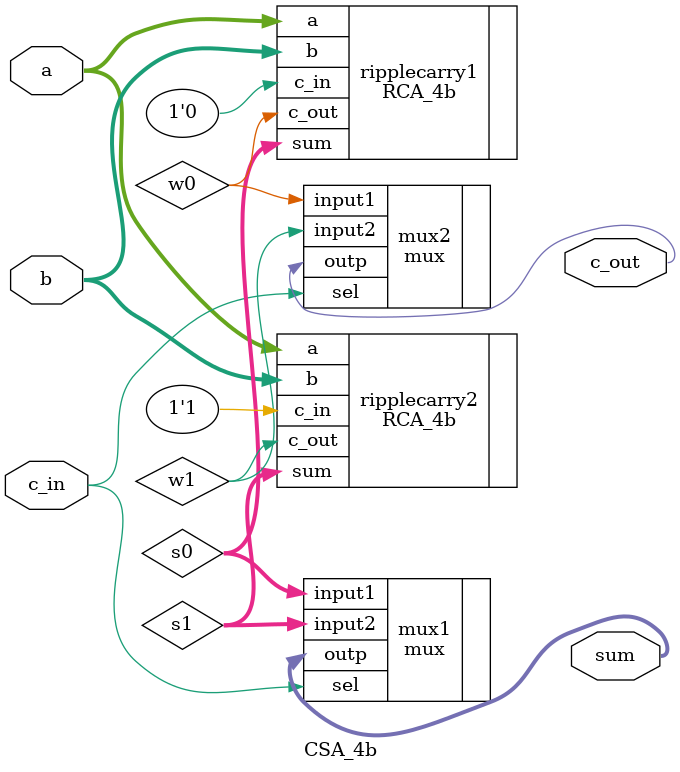
<source format=v>
`timescale 1ns / 1ps


module CSA_4b(sum, c_out, a, b, c_in);
input [3:0] a,b;
input c_in;
output [3:0] sum;
output c_out;
 
wire [3:0] s0,s1;
wire w0,w1;
 
RCA_4b ripplecarry1(
.sum(s0[3:0]),
.c_out(w0),
.a(a[3:0]),
.b(b[3:0]),
.c_in(1'b0));
 
RCA_4b ripplecarry2(
.sum(s1[3:0]),
.c_out(w1),
.a(a[3:0]),
.b(b[3:0]),
.c_in(1'b1));

mux mux1(
.input1(s0[3:0]),
.input2(s1[3:0]),
.sel(c_in),
.outp(sum[3:0]));
 
mux mux2(
.input1(w0),
.input2(w1),
.sel(c_in),
.outp(c_out));
endmodule
</source>
